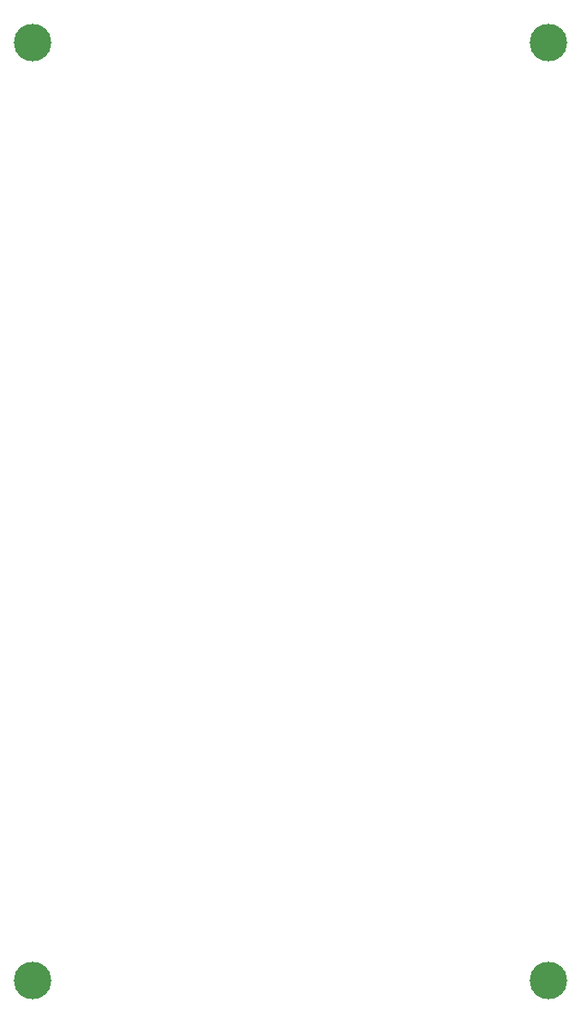
<source format=gbr>
%TF.GenerationSoftware,KiCad,Pcbnew,8.0.1*%
%TF.CreationDate,2024-03-17T17:10:13+00:00*%
%TF.ProjectId,ToastedBreadBoard64,546f6173-7465-4644-9272-656164426f61,rev?*%
%TF.SameCoordinates,Original*%
%TF.FileFunction,Paste,Top*%
%TF.FilePolarity,Positive*%
%FSLAX46Y46*%
G04 Gerber Fmt 4.6, Leading zero omitted, Abs format (unit mm)*
G04 Created by KiCad (PCBNEW 8.0.1) date 2024-03-17 17:10:13*
%MOMM*%
%LPD*%
G01*
G04 APERTURE LIST*
%ADD10C,3.500000*%
G04 APERTURE END LIST*
D10*
%TO.C,H3*%
X153670000Y-111760000D03*
%TD*%
%TO.C,H1*%
X105410000Y-24130000D03*
%TD*%
%TO.C,H2*%
X153670000Y-24130000D03*
%TD*%
%TO.C,H4*%
X105410000Y-111760000D03*
%TD*%
M02*

</source>
